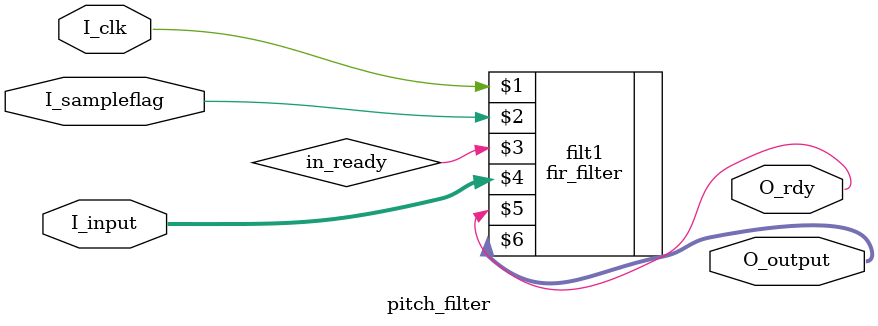
<source format=v>
`timescale 1ns / 1ps

module pitch_filter(
    input I_clk,
    input I_sampleflag,
    input [11:0] I_input,
    output O_rdy,
    output [11:0] O_output
    );
    
    wire in_ready;
     
    fir_filter filt1 (I_clk, I_sampleflag, in_ready, I_input, O_rdy, O_output);
    
endmodule
</source>
